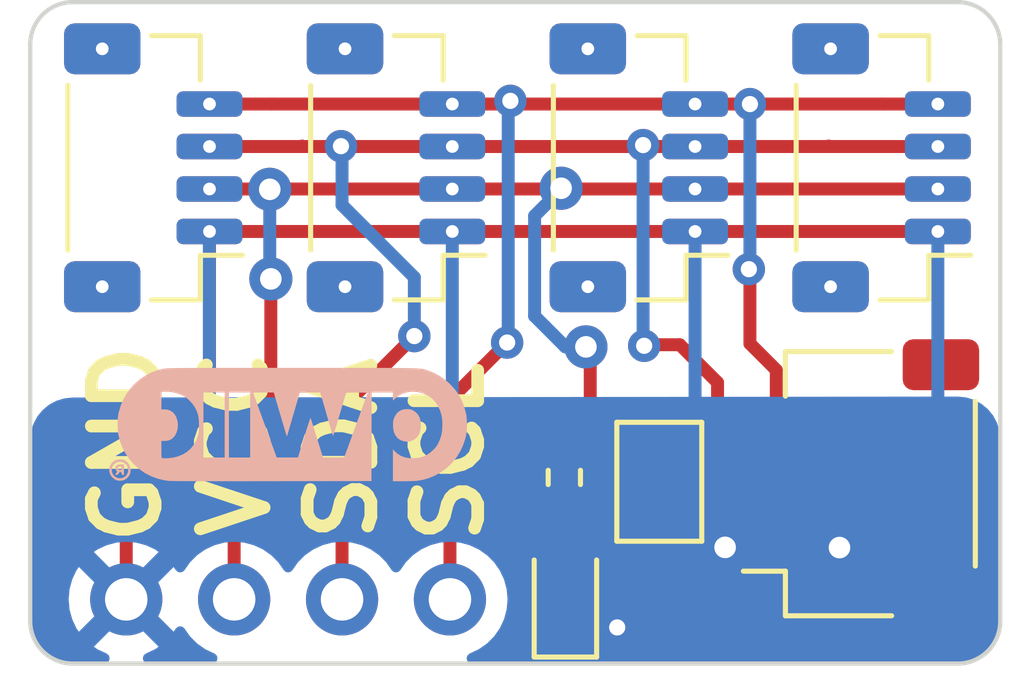
<source format=kicad_pcb>
(kicad_pcb (version 20221018) (generator pcbnew)
  (layers (0 "F.Cu" signal) (31 "B.Cu" signal) (34 "B.Paste" user) (35 "F.Paste" user) (36 "B.SilkS" user "B.Silkscreen") (37 "F.SilkS" user "F.Silkscreen") (38 "B.Mask" user) (39 "F.Mask" user) (44 "Edge.Cuts" user))
  (net 0 "")
  (net 1 "Net-(D1-A)")
  (net 2 "Net-(J1-Pin_3)")
  (net 3 "Net-(J1-Pin_4)")
  (net 4 "/GND")
  (net 5 "/VCC")
  (net 6 "Net-(J1-Pin_2)")
  (footprint "LED_SMD:LED_0603_1608Metric" (layer "F.Cu") (at 144.3228 93.8529 90)
    (fp_text reference "D1" hide)
    (fp_text value "LED" hide)
    (fp_line (start -1.485 -0.735) (end -1.485 0.735) (stroke (width 0.12)) (layer "F.SilkS"))
    (fp_line (start -1.485 0.735) (end 0.8 0.735) (stroke (width 0.12)) (layer "F.SilkS"))
    (fp_line (start 0.8 -0.735) (end -1.485 -0.735) (stroke (width 0.12)) (layer "F.SilkS"))
    (pad "1" smd roundrect (at -0.7875 0 90) (size 0.875 0.95) (layers "F.Cu" "F.Paste" "F.Mask") (net 4 "/GND"))
    (pad "2" smd roundrect (at 0.7875 0 90) (size 0.875 0.95) (layers "F.Cu" "F.Paste" "F.Mask") (net 1 "Net-(D1-A)"))
  )
  (footprint "Resistor_SMD:R_0402_1005Metric_Pad0.72x0.64mm_HandSolder" (layer "F.Cu") (at 144.2974 91.1098 -90)
    (fp_text reference "R1" hide)
    (fp_text value "R_US" hide)
    (fp_line (start -0.167621 -0.38) (end 0.167621 -0.38) (stroke (width 0.12)) (layer "F.SilkS"))
    (fp_line (start -0.167621 0.38) (end 0.167621 0.38) (stroke (width 0.12)) (layer "F.SilkS"))
    (pad "1" smd roundrect (at -0.5975 0 270) (size 0.715 0.64) (layers "F.Cu" "F.Paste" "F.Mask") (net 5 "/VCC"))
    (pad "2" smd roundrect (at 0.5975 0 270) (size 0.715 0.64) (layers "F.Cu" "F.Paste" "F.Mask") (net 1 "Net-(D1-A)"))
  )
  (footprint "qwiic_hub:PinHeader_1x04_P2.54mm_Vertical" (layer "F.Cu") (at 133.985 93.98 90)
    (fp_text reference "J6" hide)
    (fp_text value "Conn_01x04_Socket" hide)
    (pad "1" thru_hole circle (at 0 0 90) (size 1.7 1.7) (drill 1) (layers "*.Cu" "*.Mask") (net 4 "/GND"))
    (pad "2" thru_hole oval (at 0 2.54 90) (size 1.7 1.7) (drill 1) (layers "*.Cu" "*.Mask") (net 5 "/VCC"))
    (pad "3" thru_hole oval (at 0 5.08 90) (size 1.7 1.7) (drill 1) (layers "*.Cu" "*.Mask") (net 2 "Net-(J1-Pin_3)"))
    (pad "4" thru_hole oval (at 0 7.62 90) (size 1.7 1.7) (drill 1) (layers "*.Cu" "*.Mask") (net 3 "Net-(J1-Pin_4)"))
  )
  (footprint "qwiic_hub:JST_SH_BM04B-SRSS-TB_1x04-1MP_P1.00mm_Vertical" (layer "F.Cu") (at 151.765 83.82 90)
    (fp_text reference "J5" hide)
    (fp_text value "Conn_01x04_Pin" hide)
    (fp_line (start -3.11 -0.04) (end -3.11 1.11) (stroke (width 0.12)) (layer "F.SilkS"))
    (fp_line (start -3.11 1.11) (end -2.06 1.11) (stroke (width 0.12)) (layer "F.SilkS"))
    (fp_line (start -2.06 1.11) (end -2.06 2.1) (stroke (width 0.12)) (layer "F.SilkS"))
    (fp_line (start -1.94 -2.01) (end 1.94 -2.01) (stroke (width 0.12)) (layer "F.SilkS"))
    (fp_line (start 3.11 -0.04) (end 3.11 1.11) (stroke (width 0.12)) (layer "F.SilkS"))
    (fp_line (start 3.11 1.11) (end 2.06 1.11) (stroke (width 0.12)) (layer "F.SilkS"))
    (pad "1" thru_hole roundrect (at -1.5 1.325 90) (size 0.6 1.55) (drill 0.3) (layers "*.Cu" "F.Paste" "F.Mask") (net 4 "/GND"))
    (pad "2" thru_hole roundrect (at -0.5 1.325 90) (size 0.6 1.55) (drill 0.3) (layers "*.Cu" "F.Paste" "F.Mask") (net 5 "/VCC"))
    (pad "3" thru_hole roundrect (at 0.5 1.325 90) (size 0.6 1.55) (drill 0.3) (layers "*.Cu" "F.Paste" "F.Mask") (net 2 "Net-(J1-Pin_3)"))
    (pad "4" thru_hole roundrect (at 1.5 1.325 90) (size 0.6 1.55) (drill 0.3) (layers "*.Cu" "F.Paste" "F.Mask") (net 3 "Net-(J1-Pin_4)"))
    (pad "MP" thru_hole roundrect (at -2.8 -1.2 90) (size 1.2 1.8) (drill 0.3) (layers "*.Cu" "F.Paste" "F.Mask") (roundrect_rratio 0.2083333333))
    (pad "MP" thru_hole roundrect (at 2.8 -1.2 90) (size 1.2 1.8) (drill 0.3) (layers "*.Cu" "F.Paste" "F.Mask") (roundrect_rratio 0.2083333333))
  )
  (footprint "qwiic_hub:JST_SH_BM04B-SRSS-TB_1x04-1MP_P1.00mm_Vertical" (layer "F.Cu") (at 140.335 83.82 90)
    (fp_text reference "J3" hide)
    (fp_text value "Conn_01x04_Pin" hide)
    (fp_line (start -3.11 -0.04) (end -3.11 1.11) (stroke (width 0.12)) (layer "F.SilkS"))
    (fp_line (start -3.11 1.11) (end -2.06 1.11) (stroke (width 0.12)) (layer "F.SilkS"))
    (fp_line (start -2.06 1.11) (end -2.06 2.1) (stroke (width 0.12)) (layer "F.SilkS"))
    (fp_line (start -1.94 -2.01) (end 1.94 -2.01) (stroke (width 0.12)) (layer "F.SilkS"))
    (fp_line (start 3.11 -0.04) (end 3.11 1.11) (stroke (width 0.12)) (layer "F.SilkS"))
    (fp_line (start 3.11 1.11) (end 2.06 1.11) (stroke (width 0.12)) (layer "F.SilkS"))
    (pad "1" thru_hole roundrect (at -1.5 1.325 90) (size 0.6 1.55) (drill 0.3) (layers "*.Cu" "F.Paste" "F.Mask") (net 4 "/GND"))
    (pad "2" thru_hole roundrect (at -0.5 1.325 90) (size 0.6 1.55) (drill 0.3) (layers "*.Cu" "F.Paste" "F.Mask") (net 5 "/VCC"))
    (pad "3" thru_hole roundrect (at 0.5 1.325 90) (size 0.6 1.55) (drill 0.3) (layers "*.Cu" "F.Paste" "F.Mask") (net 2 "Net-(J1-Pin_3)"))
    (pad "4" thru_hole roundrect (at 1.5 1.325 90) (size 0.6 1.55) (drill 0.3) (layers "*.Cu" "F.Paste" "F.Mask") (net 3 "Net-(J1-Pin_4)"))
    (pad "MP" thru_hole roundrect (at -2.8 -1.2 90) (size 1.2 1.8) (drill 0.3) (layers "*.Cu" "F.Paste" "F.Mask") (roundrect_rratio 0.2083333333))
    (pad "MP" thru_hole roundrect (at 2.8 -1.2 90) (size 1.2 1.8) (drill 0.3) (layers "*.Cu" "F.Paste" "F.Mask") (roundrect_rratio 0.2083333333))
  )
  (footprint "Jumper:SolderJumper-2_P1.3mm_Open_Pad1.0x1.5mm" (layer "F.Cu") (at 146.5326 91.2114 -90)
    (fp_text reference "JP1" hide)
    (fp_text value "Jumper_2_Open" hide)
    (fp_line (start -1.4 -1) (end 1.4 -1) (stroke (width 0.12)) (layer "F.SilkS"))
    (fp_line (start -1.4 1) (end -1.4 -1) (stroke (width 0.12)) (layer "F.SilkS"))
    (fp_line (start 1.4 -1) (end 1.4 1) (stroke (width 0.12)) (layer "F.SilkS"))
    (fp_line (start 1.4 1) (end -1.4 1) (stroke (width 0.12)) (layer "F.SilkS"))
    (pad "1" smd rect (at -0.65 0 270) (size 1 1.5) (layers "F.Cu" "F.Mask") (net 5 "/VCC"))
    (pad "2" smd rect (at 0.65 0 270) (size 1 1.5) (layers "F.Cu" "F.Mask") (net 6 "Net-(J1-Pin_2)"))
  )
  (footprint "qwiic_hub:JST_SH_BM04B-SRSS-TB_1x04-1MP_P1.00mm_Vertical" (layer "F.Cu") (at 134.62 83.82 90)
    (fp_text reference "J2" hide)
    (fp_text value "Conn_01x04_Pin" hide)
    (fp_line (start -3.11 -0.04) (end -3.11 1.11) (stroke (width 0.12)) (layer "F.SilkS"))
    (fp_line (start -3.11 1.11) (end -2.06 1.11) (stroke (width 0.12)) (layer "F.SilkS"))
    (fp_line (start -2.06 1.11) (end -2.06 2.1) (stroke (width 0.12)) (layer "F.SilkS"))
    (fp_line (start -1.94 -2.01) (end 1.94 -2.01) (stroke (width 0.12)) (layer "F.SilkS"))
    (fp_line (start 3.11 -0.04) (end 3.11 1.11) (stroke (width 0.12)) (layer "F.SilkS"))
    (fp_line (start 3.11 1.11) (end 2.06 1.11) (stroke (width 0.12)) (layer "F.SilkS"))
    (pad "1" thru_hole roundrect (at -1.5 1.325 90) (size 0.6 1.55) (drill 0.3) (layers "*.Cu" "F.Paste" "F.Mask") (net 4 "/GND"))
    (pad "2" thru_hole roundrect (at -0.5 1.325 90) (size 0.6 1.55) (drill 0.3) (layers "*.Cu" "F.Paste" "F.Mask") (net 5 "/VCC"))
    (pad "3" thru_hole roundrect (at 0.5 1.325 90) (size 0.6 1.55) (drill 0.3) (layers "*.Cu" "F.Paste" "F.Mask") (net 2 "Net-(J1-Pin_3)"))
    (pad "4" thru_hole roundrect (at 1.5 1.325 90) (size 0.6 1.55) (drill 0.3) (layers "*.Cu" "F.Paste" "F.Mask") (net 3 "Net-(J1-Pin_4)"))
    (pad "MP" thru_hole roundrect (at -2.8 -1.2 90) (size 1.2 1.8) (drill 0.3) (layers "*.Cu" "F.Paste" "F.Mask") (roundrect_rratio 0.2083333333))
    (pad "MP" thru_hole roundrect (at 2.8 -1.2 90) (size 1.2 1.8) (drill 0.3) (layers "*.Cu" "F.Paste" "F.Mask") (roundrect_rratio 0.2083333333))
  )
  (footprint "qwiic_hub:JST_SH_SM04B-SRSS-TB_1x04-1MP_P1.00mm_Horizontal" (layer "F.Cu") (at 151.287 91.2562 90)
    (fp_text reference "J1" hide)
    (fp_text value "Conn_01x04_Pin" hide)
    (fp_line (start -3.11 -1.785) (end -2.06 -1.785) (stroke (width 0.12)) (layer "F.SilkS"))
    (fp_line (start -3.11 0.715) (end -3.11 -1.785) (stroke (width 0.12)) (layer "F.SilkS"))
    (fp_line (start -2.06 -1.785) (end -2.06 -2.775) (stroke (width 0.12)) (layer "F.SilkS"))
    (fp_line (start -1.94 2.685) (end 1.94 2.685) (stroke (width 0.12)) (layer "F.SilkS"))
    (fp_line (start 3.11 -1.785) (end 2.06 -1.785) (stroke (width 0.12)) (layer "F.SilkS"))
    (fp_line (start 3.11 0.715) (end 3.11 -1.785) (stroke (width 0.12)) (layer "F.SilkS"))
    (pad "1" smd roundrect (at -1.5 -2 90) (size 0.6 1.55) (layers "F.Cu" "F.Paste" "F.Mask") (net 4 "/GND"))
    (pad "2" smd roundrect (at -0.5 -2 90) (size 0.6 1.55) (layers "F.Cu" "F.Paste" "F.Mask") (net 6 "Net-(J1-Pin_2)"))
    (pad "3" smd roundrect (at 0.5 -2 90) (size 0.6 1.55) (layers "F.Cu" "F.Paste" "F.Mask") (net 2 "Net-(J1-Pin_3)"))
    (pad "4" smd roundrect (at 1.5 -2 90) (size 0.6 1.55) (layers "F.Cu" "F.Paste" "F.Mask") (net 3 "Net-(J1-Pin_4)"))
    (pad "MP" smd roundrect (at -2.8 1.875 90) (size 1.2 1.8) (layers "F.Cu" "F.Paste" "F.Mask") (roundrect_rratio 0.2083333333))
    (pad "MP" smd roundrect (at 2.8 1.875 90) (size 1.2 1.8) (layers "F.Cu" "F.Paste" "F.Mask") (roundrect_rratio 0.2083333333))
  )
  (footprint "qwiic_hub:JST_SH_BM04B-SRSS-TB_1x04-1MP_P1.00mm_Vertical" (layer "F.Cu") (at 146.05 83.82 90)
    (fp_text reference "J4" hide)
    (fp_text value "Conn_01x04_Pin" hide)
    (fp_line (start -3.11 -0.04) (end -3.11 1.11) (stroke (width 0.12)) (layer "F.SilkS"))
    (fp_line (start -3.11 1.11) (end -2.06 1.11) (stroke (width 0.12)) (layer "F.SilkS"))
    (fp_line (start -2.06 1.11) (end -2.06 2.1) (stroke (width 0.12)) (layer "F.SilkS"))
    (fp_line (start -1.94 -2.01) (end 1.94 -2.01) (stroke (width 0.12)) (layer "F.SilkS"))
    (fp_line (start 3.11 -0.04) (end 3.11 1.11) (stroke (width 0.12)) (layer "F.SilkS"))
    (fp_line (start 3.11 1.11) (end 2.06 1.11) (stroke (width 0.12)) (layer "F.SilkS"))
    (pad "1" thru_hole roundrect (at -1.5 1.325 90) (size 0.6 1.55) (drill 0.3) (layers "*.Cu" "F.Paste" "F.Mask") (net 4 "/GND"))
    (pad "2" thru_hole roundrect (at -0.5 1.325 90) (size 0.6 1.55) (drill 0.3) (layers "*.Cu" "F.Paste" "F.Mask") (net 5 "/VCC"))
    (pad "3" thru_hole roundrect (at 0.5 1.325 90) (size 0.6 1.55) (drill 0.3) (layers "*.Cu" "F.Paste" "F.Mask") (net 2 "Net-(J1-Pin_3)"))
    (pad "4" thru_hole roundrect (at 1.5 1.325 90) (size 0.6 1.55) (drill 0.3) (layers "*.Cu" "F.Paste" "F.Mask") (net 3 "Net-(J1-Pin_4)"))
    (pad "MP" thru_hole roundrect (at -2.8 -1.2 90) (size 1.2 1.8) (drill 0.3) (layers "*.Cu" "F.Paste" "F.Mask") (roundrect_rratio 0.2083333333))
    (pad "MP" thru_hole roundrect (at 2.8 -1.2 90) (size 1.2 1.8) (drill 0.3) (layers "*.Cu" "F.Paste" "F.Mask") (roundrect_rratio 0.2083333333))
  )
  (footprint "qwiic_hub:QWIIC_logo_10mm" (layer "B.Cu") (at 137.862099 89.790206 180)
    (fp_text reference "X1" hide)
    (fp_text value "QWIIC Logo" hide)
    (fp_poly (pts (xy -2.70633 0.28792) (xy -2.628437 0.276082) (xy -2.562592 0.249142) (xy -2.507283 0.206052) (xy -2.461003 0.145764) (xy -2.436917 0.100851) (xy -2.422064 0.066679) (xy -2.412421 0.03543) (xy -2.406542 0.000235) (xy -2.402983 -0.045779) (xy -2.402055 -0.064855) (xy -2.404965 -0.163881) (xy -2.422895 -0.250798) (xy -2.455652 -0.325077) (xy -2.50304 -0.386188) (xy -2.528524 -0.408807) (xy -2.591365 -0.446694) (xy -2.662835 -0.469909) (xy -2.737492 -0.477438) (xy -2.809895 -0.468264) (xy -2.824476 -0.464065) (xy -2.898396 -0.430858) (xy -2.958845 -0.383201) (xy -3.005415 -0.321792) (xy -3.037698 -0.247324) (xy -3.055288 -0.160494) (xy -3.057952 -0.065706) (xy -3.0496 0.016591) (xy -3.031549 0.08463) (xy -3.002107 0.142483) (xy -2.959583 0.194218) (xy -2.943564 0.209573) (xy -2.8924 0.24954) (xy -2.84018 0.274756) (xy -2.781445 0.287024) (xy -2.710737 0.288149)) (fill solid) (layer "B.SilkS"))
    (fp_poly (pts (xy 4.044975 -1.013945) (xy 4.088034 -1.025273) (xy 4.115197 -1.04322) (xy 4.120211 -1.050394) (xy 4.129498 -1.083402) (xy 4.127936 -1.120238) (xy 4.11641 -1.151736) (xy 4.109602 -1.160397) (xy 4.096365 -1.175358) (xy 4.095419 -1.187395) (xy 4.106447 -1.205705) (xy 4.107962 -1.207897) (xy 4.126929 -1.23609) (xy 4.134354 -1.251679) (xy 4.130228 -1.258395) (xy 4.114545 -1.259971) (xy 4.107864 -1.26) (xy 4.083604 -1.256757) (xy 4.067093 -1.243483) (xy 4.055699 -1.225) (xy 4.035816 -1.198612) (xy 4.015638 -1.188345) (xy 3.99879 -1.194332) (xy 3.988897 -1.216707) (xy 3.988133 -1.2225) (xy 3.982911 -1.245827) (xy 3.969647 -1.255922) (xy 3.9575 -1.258164) (xy 3.93 -1.261328) (xy 3.93 -1.135664) (xy 3.93 -1.125562) (xy 3.98672 -1.125562) (xy 3.991666 -1.136951) (xy 4.007705 -1.139899) (xy 4.020235 -1.14) (xy 4.047566 -1.136828) (xy 4.066769 -1.129084) (xy 4.068 -1.128) (xy 4.079945 -1.105885) (xy 4.07484 -1.084779) (xy 4.055455 -1.068355) (xy 4.024564 -1.060288) (xy 4.016707 -1.06) (xy 4.000484 -1.06268) (xy 3.992298 -1.074408) (xy 3.988286 -1.1) (xy 3.98672 -1.125562) (xy 3.93 -1.125562) (xy 3.93 -1.01) (xy 3.988507 -1.01)) (fill solid) (layer "B.SilkS"))
    (fp_poly (pts (xy 4.051044 -0.892757) (xy 4.117036 -0.907888) (xy 4.173929 -0.938631) (xy 4.220112 -0.98205) (xy 4.253975 -1.035212) (xy 4.273906 -1.095182) (xy 4.278296 -1.159026) (xy 4.265533 -1.223809) (xy 4.251272 -1.257506) (xy 4.224048 -1.297403) (xy 4.186023 -1.336156) (xy 4.143579 -1.368178) (xy 4.1031 -1.387882) (xy 4.101931 -1.388239) (xy 4.03696 -1.398512) (xy 3.969203 -1.39332) (xy 3.933028 -1.383553) (xy 3.888014 -1.359499) (xy 3.844111 -1.322072) (xy 3.807679 -1.277198) (xy 3.794621 -1.25457) (xy 3.777692 -1.200735) (xy 3.773944 -1.139215) (xy 3.776541 -1.121562) (xy 3.832359 -1.121562) (xy 3.833359 -1.176479) (xy 3.849524 -1.227271) (xy 3.878476 -1.271459) (xy 3.917838 -1.306563) (xy 3.965234 -1.330103) (xy 4.018286 -1.3396) (xy 4.074619 -1.332575) (xy 4.097684 -1.324522) (xy 4.149608 -1.293441) (xy 4.187137 -1.251856) (xy 4.210271 -1.203147) (xy 4.21901 -1.150696) (xy 4.213353 -1.097883) (xy 4.193302 -1.048089) (xy 4.158855 -1.004694) (xy 4.110013 -0.971079) (xy 4.097684 -0.965477) (xy 4.03965 -0.95125) (xy 3.982224 -0.955348) (xy 3.929025 -0.976323) (xy 3.883671 -1.012726) (xy 3.849783 -1.063111) (xy 3.8489 -1.065) (xy 3.832359 -1.121562) (xy 3.776541 -1.121562) (xy 3.783082 -1.077103) (xy 3.804275 -1.022456) (xy 3.846635 -0.964392) (xy 3.900007 -0.922733) (xy 3.962943 -0.898241) (xy 4.033995 -0.891677)) (fill solid) (layer "B.SilkS"))
    (fp_poly (pts (xy -0.62736 1.259997) (xy -0.358407 1.259977) (xy -0.070236 1.259968) (xy -0.034263 1.259969) (xy 0.254069 1.259965) (xy 0.52309 1.259944) (xy 0.773486 1.259902) (xy 1.005946 1.259836) (xy 1.221158 1.259743) (xy 1.41981 1.259617) (xy 1.602589 1.259457) (xy 1.770185 1.259257) (xy 1.923284 1.259015) (xy 2.062576 1.258726) (xy 2.188747 1.258388) (xy 2.302486 1.257995) (xy 2.40448 1.257546) (xy 2.495419 1.257035) (xy 2.575989 1.256459) (xy 2.646878 1.255816) (xy 2.708776 1.2551) (xy 2.762369 1.254308) (xy 2.808346 1.253437) (xy 2.847394 1.252482) (xy 2.880202 1.251441) (xy 2.907458 1.250309) (xy 2.929849 1.249084) (xy 2.948064 1.24776) (xy 2.96279 1.246335) (xy 2.974716 1.244805) (xy 2.980737 1.243847) (xy 3.135325 1.207477) (xy 3.282565 1.153259) (xy 3.421261 1.082376) (xy 3.550215 0.996012) (xy 3.668232 0.895348) (xy 3.774113 0.78157) (xy 3.866663 0.655858) (xy 3.944684 0.519397) (xy 4.006979 0.373369) (xy 4.052353 0.218957) (xy 4.061664 0.175393) (xy 4.073876 0.090936) (xy 4.080538 -0.005376) (xy 4.081593 -0.106165) (xy 4.076983 -0.204055) (xy 4.066652 -0.291669) (xy 4.065345 -0.299334) (xy 4.027764 -0.456165) (xy 3.971899 -0.606453) (xy 3.898844 -0.748617) (xy 3.80969 -0.881077) (xy 3.705529 -1.002253) (xy 3.587452 -1.110563) (xy 3.456553 -1.204427) (xy 3.428105 -1.221818) (xy 3.290808 -1.292248) (xy 3.143693 -1.346966) (xy 2.990844 -1.384636) (xy 2.882709 -1.400138) (xy 2.861152 -1.40147) (xy 2.823981 -1.402687) (xy 2.770907 -1.403788) (xy 2.701642 -1.404775) (xy 2.615898 -1.405649) (xy 2.513387 -1.40641) (xy 2.39382 -1.40706) (xy 2.256908 -1.4076) (xy 2.102364 -1.408031) (xy 1.929899 -1.408352) (xy 1.739225 -1.408567) (xy 1.530053 -1.408674) (xy 1.302096 -1.408676) (xy 1.055064 -1.408572) (xy 0.78867 -1.408365) (xy 0.502625 -1.408055) (xy 0.44 -1.407977) (xy -1.895 -1.405) (xy -1.897547 -0.3625) (xy -1.900081 0.675) (xy -1.807328 0.675) (xy -1.538641 -0.065) (xy -1.496217 -0.181786) (xy -1.45561 -0.293465) (xy -1.41736 -0.398559) (xy -1.382004 -0.495593) (xy -1.350083 -0.583088) (xy -1.322137 -0.659569) (xy -1.298703 -0.723558) (xy -1.280322 -0.77358) (xy -1.267533 -0.808157) (xy -1.260874 -0.825812) (xy -1.260192 -0.8275) (xy -1.256774 -0.834451) (xy -1.251705 -0.839799) (xy -1.242573 -0.843755) (xy -1.226971 -0.846527) (xy -1.202489 -0.848327) (xy -1.166716 -0.849364) (xy -1.117245 -0.849848) (xy -1.051666 -0.849991) (xy -1.002269 -0.85) (xy -0.754108 -0.85) (xy -0.610889 -0.3875) (xy -0.582206 -0.295182) (xy -0.555147 -0.208685) (xy -0.530314 -0.12989) (xy -0.508309 -0.060678) (xy -0.489732 -0.002931) (xy -0.475186 0.041469) (xy -0.465273 0.070641) (xy -0.460594 0.082703) (xy -0.460482 0.082853) (xy -0.456235 0.075167) (xy -0.44679 0.050123) (xy -0.432733 0.009509) (xy -0.414649 -0.044886) (xy -0.393123 -0.111274) (xy -0.368741 -0.187867) (xy -0.342088 -0.272877) (xy -0.313749 -0.364515) (xy -0.309148 -0.37951) (xy -0.165 -0.849727) (xy 0.085 -0.849771) (xy 0.335 -0.849814) (xy 0.609341 -0.097407) (xy 0.652157 0.02003) (xy 0.693027 0.132153) (xy 0.731429 0.237525) (xy 0.766839 0.334709) (xy 0.798734 0.422269) (xy 0.826591 0.498767) (xy 0.849886 0.562767) (xy 0.868096 0.612833) (xy 0.880698 0.647527) (xy 0.887169 0.665412) (xy 0.887911 0.6675) (xy 0.885127 0.671557) (xy 0.872458 0.674693) (xy 0.848047 0.677004) (xy 0.810036 0.678588) (xy 0.75657 0.679541) (xy 0.68579 0.67996) (xy 0.64829 0.68) (xy 0.96 0.68) (xy 0.96 -0.085) (xy 0.96 -0.85) (xy 1.21 -0.85) (xy 1.46 -0.85) (xy 1.46 -0.085) (xy 1.46 0.68) (xy 1.56 0.68) (xy 1.56 -0.085) (xy 1.56 -0.85) (xy 1.81 -0.85) (xy 2.06 -0.85) (xy 2.06 -0.09) (xy 2.165 -0.09) (xy 2.165359 -0.15545) (xy 2.166727 -0.205533) (xy 2.169539 -0.24487) (xy 2.174232 -0.278087) (xy 2.181239 -0.309805) (xy 2.188031 -0.334549) (xy 2.230988 -0.449879) (xy 2.288959 -0.552373) (xy 2.361192 -0.641496) (xy 2.44693 -0.716713) (xy 2.545421 -0.77749) (xy 2.655908 -0.823291) (xy 2.777639 -0.853582) (xy 2.909858 -0.867829) (xy 2.941682 -0.86878) (xy 2.980718 -0.868609) (xy 3.01317 -0.867033) (xy 3.032784 -0.86438) (xy 3.034182 -0.86393) (xy 3.039651 -0.859566) (xy 3.043718 -0.849547) (xy 3.046583 -0.831307) (xy 3.048444 -0.802278) (xy 3.049497 -0.759893) (xy 3.049942 -0.701583) (xy 3.05 -0.65893) (xy 3.05 -0.46) (xy 2.9725 -0.45978) (xy 2.906638 -0.455108) (xy 2.852578 -0.439927) (xy 2.803848 -0.411862) (xy 2.773018 -0.386536) (xy 2.728261 -0.333518) (xy 2.694053 -0.266912) (xy 2.671414 -0.190716) (xy 2.661365 -0.108926) (xy 2.664927 -0.02554) (xy 2.671302 0.011718) (xy 2.697372 0.096259) (xy 2.735757 0.165719) (xy 2.785842 0.219557) (xy 2.847015 0.25723) (xy 2.918663 0.278196) (xy 2.977699 0.282639) (xy 3.050398 0.282289) (xy 3.047699 0.488645) (xy 3.045 0.695) (xy 2.975 0.69806) (xy 2.872132 0.695454) (xy 2.765445 0.679959) (xy 2.661095 0.653033) (xy 2.565237 0.616129) (xy 2.512387 0.588653) (xy 2.45304 0.547059) (xy 2.391689 0.492343) (xy 2.333566 0.430032) (xy 2.283903 0.365649) (xy 2.252769 0.314435) (xy 2.221188 0.249329) (xy 2.197874 0.189794) (xy 2.181712 0.130699) (xy 2.171588 0.066911) (xy 2.16639 -0.006701) (xy 2.165 -0.09) (xy 2.06 -0.09) (xy 2.06 -0.085) (xy 2.06 0.68) (xy 1.81 0.68) (xy 1.56 0.68) (xy 1.46 0.68) (xy 1.21 0.68) (xy 0.96 0.68) (xy 0.64829 0.68) (xy 0.404441 0.68) (xy 0.255609 0.1725) (xy 0.22705 0.075448) (xy 0.2 -0.01585) (xy 0.175007 -0.099583) (xy 0.15262 -0.173942) (xy 0.133388 -0.237117) (xy 0.117859 -0.287298) (xy 0.106585 -0.322674) (xy 0.100112 -0.341436) (xy 0.098941 -0.343946) (xy 0.091257 -0.34255) (xy 0.084822 -0.327853) (xy 0.080847 -0.313567) (xy 0.071807 -0.282012) (xy 0.058264 -0.235114) (xy 0.040776 -0.174798) (xy 0.019901 -0.102988) (xy -0.003801 -0.02161) (xy -0.02977 0.067411) (xy -0.057449 0.16215) (xy -0.06445 0.186093) (xy -0.207437 0.675) (xy -0.447885 0.677676) (xy -0.688333 0.680352) (xy -0.698683 0.647676) (xy -0.703455 0.631748) (xy -0.713172 0.598599) (xy -0.727253 0.550232) (xy -0.745119 0.488649) (xy -0.766189 0.415852) (xy -0.789884 0.333842) (xy -0.815623 0.244623) (xy -0.842827 0.150195) (xy -0.845761 0.14) (xy -0.872869 0.046152) (xy -0.89847 -0.04185) (xy -0.922005 -0.122134) (xy -0.942919 -0.192829) (xy -0.960653 -0.252063) (xy -0.974651 -0.297964) (xy -0.984355 -0.328661) (xy -0.989208 -0.342283) (xy -0.989485 -0.34274) (xy -0.993552 -0.334938) (xy -1.002657 -0.309666) (xy -1.016256 -0.26866) (xy -1.033806 -0.213653) (xy -1.054763 -0.146382) (xy -1.078583 -0.068582) (xy -1.104723 0.018012) (xy -1.132639 0.111664) (xy -1.145579 0.155453) (xy -1.174189 0.252343) (xy -1.201214 0.343498) (xy -1.226111 0.427105) (xy -1.248333 0.501349) (xy -1.267335 0.564417) (xy -1.282571 0.614494) (xy -1.293497 0.649769) (xy -1.299568 0.668426) (xy -1.300537 0.670868) (xy -1.312148 0.673689) (xy -1.341843 0.675862) (xy -1.387715 0.677336) (xy -1.447858 0.678062) (xy -1.520365 0.677987) (xy -1.556863 0.677676) (xy -1.807328 0.675) (xy -1.900081 0.675) (xy -1.900093 0.68) (xy -2.150047 0.68) (xy -2.4 0.68) (xy -2.4 0.583923) (xy -2.4 0.487846) (xy -2.462264 0.545491) (xy -2.545335 0.609014) (xy -2.638673 0.655861) (xy -2.740773 0.685525) (xy -2.850129 0.697497) (xy -2.91 0.696525) (xy -3.02979 0.680578) (xy -3.13951 0.647554) (xy -3.238489 0.598031) (xy -3.326055 0.532588) (xy -3.401536 0.451802) (xy -3.464259 0.356252) (xy -3.513552 0.246515) (xy -3.54186 0.153014) (xy -3.551569 0.108651) (xy -3.558032 0.064922) (xy -3.561797 0.015939) (xy -3.563414 -0.044187) (xy -3.563589 -0.08) (xy -3.560551 -0.181296) (xy -3.550586 -0.269374) (xy -3.532415 -0.350204) (xy -3.504759 -0.429753) (xy -3.47393 -0.498579) (xy -3.446318 -0.551361) (xy -3.418205 -0.594478) (xy -3.383915 -0.63587) (xy -3.351752 -0.66953) (xy -3.269948 -0.74177) (xy -3.184166 -0.796411) (xy -3.091379 -0.83476) (xy -2.988564 -0.858126) (xy -2.895 -0.867007) (xy -2.782015 -0.864715) (xy -2.680616 -0.846572) (xy -2.589729 -0.812215) (xy -2.508281 -0.761274) (xy -2.458957 -0.718178) (xy -2.4 -0.66013) (xy -2.4 -1.035065) (xy -2.4 -1.41) (xy -2.6475 -1.408685) (xy -2.72041 -1.407985) (xy -2.790731 -1.406732) (xy -2.854679 -1.405038) (xy -2.908465 -1.403015) (xy -2.948305 -1.400775) (xy -2.963913 -1.399375) (xy -3.097213 -1.377422) (xy -3.224027 -1.34247) (xy -3.350432 -1.29264) (xy -3.423753 -1.257308) (xy -3.561212 -1.176046) (xy -3.686911 -1.079274) (xy -3.799842 -0.96835) (xy -3.898996 -0.844628) (xy -3.983363 -0.709466) (xy -4.051936 -0.564219) (xy -4.103704 -0.410244) (xy -4.126583 -0.312699) (xy -4.137437 -0.236234) (xy -4.143253 -0.147055) (xy -4.144098 -0.051785) (xy -4.140039 0.042954) (xy -4.131146 0.130538) (xy -4.121483 0.186885) (xy -4.079531 0.344946) (xy -4.022997 0.490215) (xy -3.950798 0.624655) (xy -3.861851 0.750229) (xy -3.755074 0.868901) (xy -3.734167 0.889401) (xy -3.617127 0.99138) (xy -3.495309 1.075598) (xy -3.365087 1.14426) (xy -3.225 1.198853) (xy -3.207714 1.204756) (xy -3.192169 1.210267) (xy -3.177665 1.215401) (xy -3.163506 1.22017) (xy -3.148992 1.224587) (xy -3.133424 1.228667) (xy -3.116104 1.232422) (xy -3.096333 1.235866) (xy -3.073413 1.239012) (xy -3.046645 1.241873) (xy -3.015331 1.244464) (xy -2.978771 1.246797) (xy -2.936268 1.248886) (xy -2.887122 1.250744) (xy -2.830636 1.252385) (xy -2.766109 1.253821) (xy -2.692845 1.255067) (xy -2.610143 1.256136) (xy -2.517307 1.25704) (xy -2.413636 1.257794) (xy -2.298432 1.258411) (xy -2.170998 1.258904) (xy -2.030633 1.259286) (xy -1.87664 1.259572) (xy -1.70832 1.259774) (xy -1.524974 1.259905) (xy -1.325903 1.25998) (xy -1.11041 1.260011) (xy -0.877795 1.260012)) (fill solid) (layer "B.SilkS"))
  )
  (gr_line (start 154.559 80.9211) (end 154.559 94.4913) (stroke (width 0.1)) (layer "Edge.Cuts"))
  (gr_arc (start 153.559 79.9211) (mid 154.266107 80.213993) (end 154.559 80.9211) (stroke (width 0.1)) (layer "Edge.Cuts"))
  (gr_line (start 153.559 95.4913) (end 132.7244 95.4913) (stroke (width 0.1)) (layer "Edge.Cuts"))
  (gr_line (start 131.7244 94.4913) (end 131.7244 80.9211) (stroke (width 0.1)) (layer "Edge.Cuts"))
  (gr_line (start 132.7244 79.9211) (end 153.559 79.9211) (stroke (width 0.1)) (layer "Edge.Cuts"))
  (gr_arc (start 132.7244 95.4913) (mid 132.017293 95.198407) (end 131.7244 94.4913) (stroke (width 0.1)) (layer "Edge.Cuts"))
  (gr_arc (start 131.7244 80.9211) (mid 132.017293 80.213993) (end 132.7244 79.9211) (stroke (width 0.1)) (layer "Edge.Cuts"))
  (gr_arc (start 154.559 94.4913) (mid 154.266107 95.198407) (end 153.559 95.4913) (stroke (width 0.1)) (layer "Edge.Cuts"))
  (gr_text "SDA" (at 139.065 92.7354 90) (layer "F.SilkS") (effects (font (size 1.5 1.5) (thickness 0.3) bold) (justify left)))
  (gr_text "SCL" (at 141.5796 92.7862 90) (layer "F.SilkS") (effects (font (size 1.5 1.5) (thickness 0.3) bold) (justify left)))
  (gr_text "VCC" (at 136.5504 92.6592 90) (layer "F.SilkS") (effects (font (size 1.5 1.5) (thickness 0.3) bold) (justify left)))
  (gr_text "GND" (at 133.985 92.8116 90) (layer "F.SilkS") (effects (font (size 1.5 1.5) (thickness 0.3) bold) (justify left)))
  (segment (start 144.3228 91.7327) (end 144.3228 93.0654) (width 0.3048) (layer "F.Cu") (net 1))
  (segment (start 146.1516 83.2866) (end 146.185 83.32) (width 0.3048) (layer "F.Cu") (net 2))
  (segment (start 135.945 83.32) (end 138.1172 83.32) (width 0.3048) (layer "F.Cu") (net 2))
  (segment (start 148.211 90.7562) (end 147.9042 90.4494) (width 0.3048) (layer "F.Cu") (net 2))
  (segment (start 147.9042 90.4494) (end 147.9042 88.8746) (width 0.3048) (layer "F.Cu") (net 2))
  (segment (start 150.5124 83.32) (end 150.5204 83.312) (width 0.3048) (layer "F.Cu") (net 2))
  (segment (start 139.065 93.98) (end 139.065 89.4842) (width 0.3048) (layer "F.Cu") (net 2))
  (segment (start 150.5204 83.312) (end 150.5284 83.32) (width 0.3048) (layer "F.Cu") (net 2))
  (segment (start 150.5284 83.32) (end 153.09 83.32) (width 0.3048) (layer "F.Cu") (net 2))
  (segment (start 146.185 83.32) (end 150.5124 83.32) (width 0.3048) (layer "F.Cu") (net 2))
  (segment (start 147.9042 88.8746) (end 147.0152 87.9856) (width 0.3048) (layer "F.Cu") (net 2))
  (segment (start 149.287 90.7562) (end 148.211 90.7562) (width 0.3048) (layer "F.Cu") (net 2))
  (segment (start 138.1252 83.312) (end 138.1332 83.32) (width 0.3048) (layer "F.Cu") (net 2))
  (segment (start 138.1332 83.32) (end 146.1182 83.32) (width 0.3048) (layer "F.Cu") (net 2))
  (segment (start 146.1182 83.32) (end 146.1516 83.2866) (width 0.3048) (layer "F.Cu") (net 2))
  (segment (start 147.0152 87.9856) (end 146.1516 87.9856) (width 0.3048) (layer "F.Cu") (net 2))
  (segment (start 138.1172 83.32) (end 138.1252 83.312) (width 0.3048) (layer "F.Cu") (net 2))
  (segment (start 139.065 89.4842) (end 140.7668 87.7824) (width 0.3048) (layer "F.Cu") (net 2))
  (via (at 146.1516 83.2866) (size 0.762) (drill 0.381) (layers "F.Cu" "B.Cu") (net 2))
  (via (at 146.177 88.011) (size 0.762) (drill 0.381) (layers "F.Cu" "B.Cu") (net 2))
  (via (at 139.0396 83.312) (size 0.762) (drill 0.381) (layers "F.Cu" "B.Cu") (net 2))
  (via (at 140.7668 87.7824) (size 0.762) (drill 0.381) (layers "F.Cu" "B.Cu") (net 2))
  (segment (start 139.065 83.2866) (end 139.065 84.698078) (width 0.3048) (layer "B.Cu") (net 2))
  (segment (start 140.7668 86.399878) (end 140.7668 87.7824) (width 0.3048) (layer "B.Cu") (net 2))
  (segment (start 139.065 84.698078) (end 140.7668 86.399878) (width 0.3048) (layer "B.Cu") (net 2))
  (segment (start 146.1516 83.2866) (end 146.1516 87.9348) (width 0.3048) (layer "B.Cu") (net 2))
  (segment (start 151.7918 82.32) (end 153.09 82.32) (width 0.3048) (layer "F.Cu") (net 3))
  (segment (start 137.414 82.3214) (end 137.4154 82.32) (width 0.3048) (layer "F.Cu") (net 3))
  (segment (start 141.605 89.281) (end 142.9512 87.9348) (width 0.3048) (layer "F.Cu") (net 3))
  (segment (start 137.4126 82.32) (end 137.414 82.3214) (width 0.3048) (layer "F.Cu") (net 3))
  (segment (start 149.287 88.581) (end 148.6662 87.9602) (width 0.3048) (layer "F.Cu") (net 3))
  (segment (start 135.945 82.32) (end 137.4126 82.32) (width 0.3048) (layer "F.Cu") (net 3))
  (segment (start 148.6662 87.9602) (end 148.6662 86.233) (width 0.3048) (layer "F.Cu") (net 3))
  (segment (start 148.6662 86.233) (end 148.6408 86.2076) (width 0.3048) (layer "F.Cu") (net 3))
  (segment (start 151.7904 82.3214) (end 151.7918 82.32) (width 0.3048) (layer "F.Cu") (net 3))
  (segment (start 151.789 82.32) (end 151.7904 82.3214) (width 0.3048) (layer "F.Cu") (net 3))
  (segment (start 149.287 89.7562) (end 149.287 88.581) (width 0.3048) (layer "F.Cu") (net 3))
  (segment (start 137.4154 82.32) (end 151.789 82.32) (width 0.3048) (layer "F.Cu") (net 3))
  (segment (start 141.605 93.98) (end 141.605 89.281) (width 0.3048) (layer "F.Cu") (net 3))
  (via (at 143.0274 82.2452) (size 0.762) (drill 0.381) (layers "F.Cu" "B.Cu") (net 3))
  (via (at 148.6408 86.2076) (size 0.762) (drill 0.381) (layers "F.Cu" "B.Cu") (net 3))
  (via (at 142.9512 87.9348) (size 0.762) (drill 0.381) (layers "F.Cu" "B.Cu") (net 3))
  (via (at 148.6662 82.3214) (size 0.762) (drill 0.381) (layers "F.Cu" "B.Cu") (net 3))
  (segment (start 142.9512 87.9348) (end 142.9766 87.9094) (width 0.3048) (layer "B.Cu") (net 3))
  (segment (start 142.9766 87.9094) (end 142.9766 82.296) (width 0.3048) (layer "B.Cu") (net 3))
  (segment (start 148.6662 86.3219) (end 148.6662 82.3341) (width 0.3048) (layer "B.Cu") (net 3))
  (segment (start 147.3962 85.3412) (end 147.375 85.32) (width 0.3048) (layer "F.Cu") (net 4))
  (segment (start 149.287 92.7562) (end 148.0312 92.7562) (width 0.3048) (layer "F.Cu") (net 4))
  (segment (start 139.7254 85.3186) (end 139.7268 85.32) (width 0.3048) (layer "F.Cu") (net 4))
  (segment (start 135.945 85.32) (end 139.724 85.32) (width 0.3048) (layer "F.Cu") (net 4))
  (segment (start 135.945 89.0228) (end 133.985 90.9828) (width 0.3048) (layer "F.Cu") (net 4))
  (segment (start 139.7268 85.32) (end 153.09 85.32) (width 0.3048) (layer "F.Cu") (net 4))
  (segment (start 139.724 85.32) (end 139.7254 85.3186) (width 0.3048) (layer "F.Cu") (net 4))
  (segment (start 149.287 92.7562) (end 150.7698 92.7562) (width 0.3048) (layer "F.Cu") (net 4))
  (segment (start 133.985 90.9828) (end 133.985 93.98) (width 0.3048) (layer "F.Cu") (net 4))
  (segment (start 145.41495 94.6404) (end 144.34825 94.6404) (width 0.3048) (layer "F.Cu") (net 4))
  (segment (start 135.945 85.32) (end 135.945 89.0228) (width 0.3048) (layer "F.Cu") (net 4))
  (segment (start 150.7698 92.7562) (end 150.7744 92.7608) (width 0.3048) (layer "F.Cu") (net 4))
  (via (at 150.7744 92.7608) (size 1.016) (drill 0.508) (layers "F.Cu" "B.Cu") (net 4))
  (via (at 148.082 92.7562) (size 1.016) (drill 0.508) (layers "F.Cu" "B.Cu") (net 4))
  (via (at 145.542 94.6404) (size 0.762) (drill 0.381) (layers "F.Cu" "B.Cu") (net 4))
  (segment (start 147.375 85.32) (end 147.375 90.115) (width 0.3048) (layer "B.Cu") (net 4))
  (segment (start 153.09 85.32) (end 153.09 90.8262) (width 0.3048) (layer "B.Cu") (net 4))
  (segment (start 135.9408 85.3242) (end 135.9408 90.2462) (width 0.3048) (layer "B.Cu") (net 4))
  (segment (start 141.66 90.9786) (end 141.6558 90.9828) (width 0.3048) (layer "B.Cu") (net 4))
  (segment (start 141.66 85.32) (end 141.66 90.9786) (width 0.3048) (layer "B.Cu") (net 4))
  (segment (start 147.375 90.115) (end 147.3708 90.1192) (width 0.3048) (layer "B.Cu") (net 4))
  (segment (start 135.945 85.32) (end 135.9408 85.3242) (width 0.3048) (layer "B.Cu") (net 4))
  (segment (start 153.09 90.8262) (end 153.0858 90.8304) (width 0.3048) (layer "B.Cu") (net 4))
  (segment (start 136.525 90.3732) (end 136.525 93.98) (width 0.3048) (layer "F.Cu") (net 5))
  (segment (start 144.907 90.4494) (end 144.907 88.138) (width 0.3048) (layer "F.Cu") (net 5))
  (segment (start 137.3886 89.5096) (end 136.525 90.3732) (width 0.3048) (layer "F.Cu") (net 5))
  (segment (start 138.93 84.32) (end 138.938 84.328) (width 0.3048) (layer "F.Cu") (net 5))
  (segment (start 144.907 88.138) (end 144.8054 88.0364) (width 0.3048) (layer "F.Cu") (net 5))
  (segment (start 148.7678 84.328) (end 148.7758 84.32) (width 0.3048) (layer "F.Cu") (net 5))
  (segment (start 137.3886 86.4362) (end 137.3886 89.5096) (width 0.3048) (layer "F.Cu") (net 5))
  (segment (start 146.4968 90.5256) (end 144.2585 90.5256) (width 0.3048) (layer "F.Cu") (net 5))
  (segment (start 148.7598 84.32) (end 148.7678 84.328) (width 0.3048) (layer "F.Cu") (net 5))
  (segment (start 144.78 88.0618) (end 144.8054 88.0364) (width 0.3048) (layer "F.Cu") (net 5))
  (segment (start 144.8308 88.0618) (end 144.78 88.0618) (width 0.3048) (layer "F.Cu") (net 5))
  (segment (start 146.5326 90.5614) (end 146.4968 90.5256) (width 0.3048) (layer "F.Cu") (net 5))
  (segment (start 148.7758 84.32) (end 153.09 84.32) (width 0.3048) (layer "F.Cu") (net 5))
  (segment (start 135.945 84.32) (end 138.93 84.32) (width 0.3048) (layer "F.Cu") (net 5))
  (segment (start 138.938 84.328) (end 138.946 84.32) (width 0.3048) (layer "F.Cu") (net 5))
  (segment (start 138.946 84.32) (end 148.7598 84.32) (width 0.3048) (layer "F.Cu") (net 5))
  (via (at 144.2212 84.3026) (size 1.016) (drill 0.508) (layers "F.Cu" "B.Cu") (net 5))
  (via (at 137.3886 86.4362) (size 1.016) (drill 0.508) (layers "F.Cu" "B.Cu") (net 5))
  (via (at 137.3632 84.328) (size 1.016) (drill 0.508) (layers "F.Cu" "B.Cu") (net 5))
  (via (at 144.8054 88.0364) (size 1.016) (drill 0.508) (layers "F.Cu" "B.Cu") (net 5))
  (segment (start 143.5976 84.9516) (end 144.2212 84.328) (width 0.3048) (layer "B.Cu") (net 5))
  (segment (start 137.3632 84.328) (end 137.3632 86.4108) (width 0.3048) (layer "B.Cu") (net 5))
  (segment (start 143.5976 87.3112) (end 143.5976 84.9516) (width 0.3048) (layer "B.Cu") (net 5))
  (segment (start 137.3632 86.4108) (end 137.3886 86.4362) (width 0.3048) (layer "B.Cu") (net 5))
  (segment (start 144.8054 88.0364) (end 144.3228 88.0364) (width 0.3048) (layer "B.Cu") (net 5))
  (segment (start 144.3228 88.0364) (end 143.5976 87.3112) (width 0.3048) (layer "B.Cu") (net 5))
  (segment (start 146.7648 91.7562) (end 146.6596 91.8614) (width 0.3048) (layer "F.Cu") (net 6))
  (segment (start 149.287 91.7562) (end 146.7648 91.7562) (width 0.3048) (layer "F.Cu") (net 6))
  (zone (net 4) (net_name "/GND") (layer "B.Cu") (connect_pads (clearance 0.5)) (min_thickness 0.25) (fill yes (thermal_gap 0.5) (thermal_bridge_width 0.5) (smoothing fillet) (radius 1))
    (polygon (pts (xy 131.0132 89.2302) (xy 155.0924 89.2048) (xy 155.1178 96.3422) (xy 131.191 96.3422)))
  )
)
</source>
